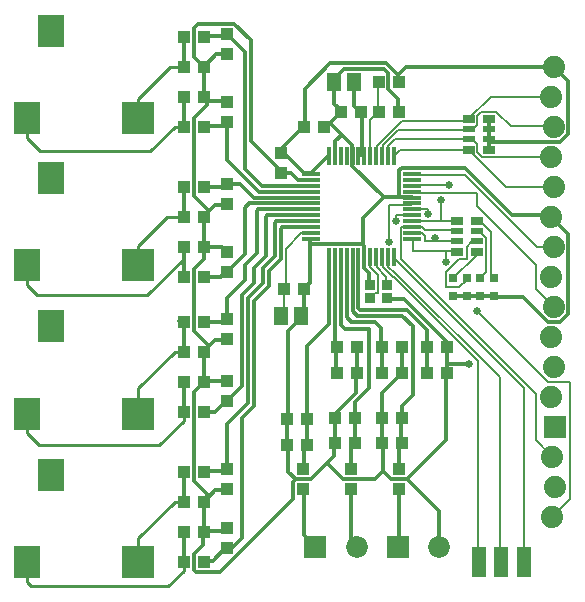
<source format=gtl>
G04 #@! TF.GenerationSoftware,KiCad,Pcbnew,7.0.7*
G04 #@! TF.CreationDate,2025-03-22T12:59:07+10:30*
G04 #@! TF.ProjectId,ATM90E36_Breakout,41544d39-3045-4333-965f-427265616b6f,rev?*
G04 #@! TF.SameCoordinates,Original*
G04 #@! TF.FileFunction,Copper,L1,Top*
G04 #@! TF.FilePolarity,Positive*
%FSLAX46Y46*%
G04 Gerber Fmt 4.6, Leading zero omitted, Abs format (unit mm)*
G04 Created by KiCad (PCBNEW 7.0.7) date 2025-03-22 12:59:07*
%MOMM*%
%LPD*%
G01*
G04 APERTURE LIST*
G04 #@! TA.AperFunction,SMDPad,CuDef*
%ADD10R,1.000000X1.100000*%
G04 #@! TD*
G04 #@! TA.AperFunction,SMDPad,CuDef*
%ADD11R,1.498600X0.330200*%
G04 #@! TD*
G04 #@! TA.AperFunction,SMDPad,CuDef*
%ADD12R,0.330200X1.498600*%
G04 #@! TD*
G04 #@! TA.AperFunction,SMDPad,CuDef*
%ADD13R,1.100000X1.000000*%
G04 #@! TD*
G04 #@! TA.AperFunction,SMDPad,CuDef*
%ADD14R,1.300000X1.500000*%
G04 #@! TD*
G04 #@! TA.AperFunction,SMDPad,CuDef*
%ADD15R,0.950000X0.850000*%
G04 #@! TD*
G04 #@! TA.AperFunction,ComponentPad*
%ADD16R,1.850000X1.850000*%
G04 #@! TD*
G04 #@! TA.AperFunction,ComponentPad*
%ADD17C,1.850000*%
G04 #@! TD*
G04 #@! TA.AperFunction,ComponentPad*
%ADD18C,1.879600*%
G04 #@! TD*
G04 #@! TA.AperFunction,SMDPad,CuDef*
%ADD19R,1.270000X2.540000*%
G04 #@! TD*
G04 #@! TA.AperFunction,SMDPad,CuDef*
%ADD20R,0.800000X0.800000*%
G04 #@! TD*
G04 #@! TA.AperFunction,ComponentPad*
%ADD21R,1.879600X1.879600*%
G04 #@! TD*
G04 #@! TA.AperFunction,SMDPad,CuDef*
%ADD22R,1.000000X0.700000*%
G04 #@! TD*
G04 #@! TA.AperFunction,SMDPad,CuDef*
%ADD23R,1.000000X0.500000*%
G04 #@! TD*
G04 #@! TA.AperFunction,SMDPad,CuDef*
%ADD24R,2.200000X2.800000*%
G04 #@! TD*
G04 #@! TA.AperFunction,SMDPad,CuDef*
%ADD25R,2.800000X2.800000*%
G04 #@! TD*
G04 #@! TA.AperFunction,ViaPad*
%ADD26C,0.660400*%
G04 #@! TD*
G04 #@! TA.AperFunction,ViaPad*
%ADD27C,0.635000*%
G04 #@! TD*
G04 #@! TA.AperFunction,Conductor*
%ADD28C,0.304800*%
G04 #@! TD*
G04 #@! TA.AperFunction,Conductor*
%ADD29C,0.152400*%
G04 #@! TD*
G04 #@! TA.AperFunction,Conductor*
%ADD30C,0.250000*%
G04 #@! TD*
G04 APERTURE END LIST*
D10*
X142805100Y-95498600D03*
X142805100Y-97198600D03*
X142805100Y-101213600D03*
X142805100Y-102913600D03*
X142805100Y-82798600D03*
X142805100Y-84498600D03*
X142805100Y-88513600D03*
X142805100Y-90213600D03*
X142805100Y-106928600D03*
X142805100Y-108628600D03*
X142805100Y-112135600D03*
X142805100Y-113835600D03*
X139161100Y-95713600D03*
X140861100Y-95713600D03*
X140861100Y-109683600D03*
X139161100Y-109683600D03*
X140861100Y-112223600D03*
X139161100Y-112223600D03*
X139161100Y-114763600D03*
X140861100Y-114763600D03*
X140861100Y-98253600D03*
X139161100Y-98253600D03*
X139161100Y-83013600D03*
X140861100Y-83013600D03*
X140861100Y-100793600D03*
X139161100Y-100793600D03*
X139161100Y-103333600D03*
X140861100Y-103333600D03*
X140861100Y-85553600D03*
X139161100Y-85553600D03*
X140861100Y-88093600D03*
X139161100Y-88093600D03*
X139161100Y-90633600D03*
X140861100Y-90633600D03*
X139161100Y-107143600D03*
X140861100Y-107143600D03*
D11*
X149916100Y-94633600D03*
X149916100Y-95133600D03*
X149916100Y-95633600D03*
X149916100Y-96133600D03*
X149916100Y-96633600D03*
X149916100Y-97133600D03*
X149916100Y-97633600D03*
X149916100Y-98133600D03*
X149916100Y-98633600D03*
X149916100Y-99133600D03*
X149916100Y-99633600D03*
X149916100Y-100133600D03*
D12*
X151466100Y-101683600D03*
X151966100Y-101683600D03*
X152466100Y-101683600D03*
X152966100Y-101683600D03*
X153466100Y-101683600D03*
X153966100Y-101683600D03*
X154466100Y-101683600D03*
X154966100Y-101683600D03*
X155466100Y-101683600D03*
X155966100Y-101683600D03*
X156466100Y-101683600D03*
X156966100Y-101683600D03*
D11*
X158516100Y-100133600D03*
X158516100Y-99633600D03*
X158516100Y-99133600D03*
X158516100Y-98633600D03*
X158516100Y-98133600D03*
X158516100Y-97633600D03*
X158516100Y-97133600D03*
X158516100Y-96633600D03*
X158516100Y-96133600D03*
X158516100Y-95633600D03*
X158516100Y-95133600D03*
X158516100Y-94633600D03*
D12*
X156966100Y-93083600D03*
X156466100Y-93083600D03*
X155966100Y-93083600D03*
X155466100Y-93083600D03*
X154966100Y-93083600D03*
X154466100Y-93083600D03*
X153966100Y-93083600D03*
X153466100Y-93083600D03*
X152966100Y-93083600D03*
X152466100Y-93083600D03*
X151966100Y-93083600D03*
X151466100Y-93083600D03*
D10*
X153815100Y-109302600D03*
X152115100Y-109302600D03*
X157625100Y-109302600D03*
X155925100Y-109302600D03*
X161435100Y-109302600D03*
X159735100Y-109302600D03*
D13*
X152115100Y-111461600D03*
X153815100Y-111461600D03*
X155925100Y-111461600D03*
X157625100Y-111461600D03*
X159735100Y-111461600D03*
X161435100Y-111461600D03*
X147670100Y-104349600D03*
X149370100Y-104349600D03*
D10*
X147377100Y-94531600D03*
X147377100Y-92831600D03*
D13*
X149321100Y-90633600D03*
X151021100Y-90633600D03*
X152496100Y-89363600D03*
X154196100Y-89363600D03*
D14*
X151861100Y-86823600D03*
X153561100Y-86823600D03*
D10*
X157371100Y-86823600D03*
X155671100Y-86823600D03*
D13*
X157371100Y-89363600D03*
X155671100Y-89363600D03*
D14*
X147416100Y-106635600D03*
X149116100Y-106635600D03*
D10*
X147924100Y-117557600D03*
X149624100Y-117557600D03*
X151988100Y-117430600D03*
X153688100Y-117430600D03*
X155925100Y-117430600D03*
X157625100Y-117430600D03*
D13*
X149624100Y-115398600D03*
X147924100Y-115398600D03*
X153688100Y-115271600D03*
X151988100Y-115271600D03*
X157625100Y-115271600D03*
X155925100Y-115271600D03*
D10*
X139161100Y-119843600D03*
X140861100Y-119843600D03*
X140861100Y-122383600D03*
X139161100Y-122383600D03*
X140861100Y-124923600D03*
X139161100Y-124923600D03*
X139161100Y-127463600D03*
X140861100Y-127463600D03*
X142805100Y-119628600D03*
X142805100Y-121328600D03*
X142805100Y-124581600D03*
X142805100Y-126281600D03*
D15*
X154907100Y-105178600D03*
X156357100Y-105178600D03*
X156357100Y-104028600D03*
X154907100Y-104028600D03*
D13*
X149282100Y-119628600D03*
X149282100Y-121328600D03*
X153346100Y-119628600D03*
X153346100Y-121328600D03*
X157410100Y-119628600D03*
X157410100Y-121328600D03*
D16*
X150326100Y-126193600D03*
D17*
X153826100Y-126193600D03*
D16*
X157311100Y-126193600D03*
D17*
X160811100Y-126193600D03*
D18*
X170491100Y-100793600D03*
X170237100Y-103333600D03*
X170491100Y-105873600D03*
X170237100Y-108413600D03*
X170491100Y-110953600D03*
X170237100Y-113493600D03*
X170491100Y-85553600D03*
X170237100Y-88093600D03*
X170491100Y-90633600D03*
X170237100Y-93173600D03*
X170491100Y-95713600D03*
X170237100Y-98253600D03*
D19*
X164141100Y-127463600D03*
X166046100Y-127463600D03*
X167951100Y-127463600D03*
D20*
X161982100Y-103472600D03*
X161982100Y-104972600D03*
X163125100Y-103472600D03*
X163125100Y-104972600D03*
X164268100Y-103472600D03*
X164268100Y-104972600D03*
X165411100Y-103472600D03*
X165411100Y-104972600D03*
D21*
X170618100Y-116033600D03*
D18*
X170364100Y-118573600D03*
X170618100Y-121113600D03*
X170364100Y-123653600D03*
D22*
X163291100Y-89968600D03*
D23*
X163291100Y-90868600D03*
X163291100Y-91668600D03*
D22*
X163291100Y-92568600D03*
X164991100Y-92568600D03*
D23*
X164991100Y-91668600D03*
X164991100Y-90868600D03*
D22*
X164991100Y-89968600D03*
X163975100Y-101204600D03*
D23*
X163975100Y-100304600D03*
X163975100Y-99504600D03*
D22*
X163975100Y-98604600D03*
X162275100Y-98604600D03*
D23*
X162275100Y-99504600D03*
X162275100Y-100304600D03*
D22*
X162275100Y-101204600D03*
D24*
X127900000Y-82533000D03*
X125900000Y-89933000D03*
D25*
X135300000Y-89933000D03*
D24*
X127900000Y-94979000D03*
X125900000Y-102379000D03*
D25*
X135300000Y-102379000D03*
D24*
X127900000Y-107552000D03*
X125900000Y-114952000D03*
D25*
X135300000Y-114952000D03*
D24*
X127900000Y-120125000D03*
X125900000Y-127525000D03*
D25*
X135300000Y-127525000D03*
D26*
X163353700Y-110725000D03*
D27*
X164014100Y-106254600D03*
X161347100Y-102063600D03*
X160458100Y-100031600D03*
X160966100Y-96856600D03*
X157156100Y-98634600D03*
X159823100Y-97999600D03*
X156521100Y-100412600D03*
X161601100Y-95586600D03*
D28*
X153727100Y-111461600D02*
X153815100Y-111461600D01*
X140798500Y-125050600D02*
X140861100Y-124923600D01*
X157638700Y-111410800D02*
X157625100Y-111461600D01*
X140036500Y-84740800D02*
X140036500Y-82302400D01*
X153447700Y-93046600D02*
X153466100Y-93083600D01*
X140798500Y-85502800D02*
X140036500Y-84740800D01*
X149866300Y-100209400D02*
X149916100Y-100133600D01*
X140874700Y-100666600D02*
X140874700Y-98304400D01*
X152457100Y-89389000D02*
X152496100Y-89363600D01*
X155962300Y-115144600D02*
X155925100Y-115271600D01*
X144837100Y-91827400D02*
X147351700Y-94342000D01*
X142779700Y-112172800D02*
X140874700Y-112172800D01*
X151085500Y-90608200D02*
X151021100Y-90633600D01*
X140036500Y-126803200D02*
X140798500Y-126041200D01*
X157333900Y-89312800D02*
X157371100Y-89363600D01*
X161372500Y-117202000D02*
X161372500Y-111563200D01*
X140874700Y-100666600D02*
X140861100Y-100793600D01*
X143465500Y-81921400D02*
X144837100Y-83293000D01*
X165487300Y-105086200D02*
X165411100Y-104972600D01*
X147961300Y-117506800D02*
X147924100Y-117557600D01*
X151923700Y-86950600D02*
X151861100Y-86823600D01*
X140874700Y-85655200D02*
X140874700Y-88017400D01*
X155962300Y-117430600D02*
X155925100Y-117430600D01*
X149916100Y-95133600D02*
X148829100Y-95133600D01*
X157638700Y-109353400D02*
X157625100Y-109302600D01*
X158095900Y-120478600D02*
X160762900Y-123145600D01*
X144837100Y-83293000D02*
X144837100Y-91827400D01*
X156114700Y-96628000D02*
X154362100Y-98380600D01*
X153854100Y-111334600D02*
X153854100Y-109302600D01*
X140950900Y-98152000D02*
X141331900Y-97771000D01*
X140874700Y-88093600D02*
X140861100Y-88093600D01*
X142779700Y-101200000D02*
X142805100Y-101213600D01*
X154895500Y-104019400D02*
X154907100Y-104028600D01*
X142779700Y-112172800D02*
X142805100Y-112135600D01*
X156495700Y-86112400D02*
X156495700Y-87484000D01*
X161372500Y-111563200D02*
X161435100Y-111461600D01*
X167925700Y-105086200D02*
X165487300Y-105086200D01*
X153727100Y-113112600D02*
X153727100Y-111461600D01*
X156038500Y-117506800D02*
X155925100Y-117430600D01*
X140874700Y-112172800D02*
X140861100Y-112223600D01*
X152546000Y-91306700D02*
X153447700Y-92208400D01*
X147351700Y-94494400D02*
X147377100Y-94531600D01*
X140036500Y-120631000D02*
X141255700Y-121850200D01*
X161982100Y-104933800D02*
X161982100Y-104972600D01*
X140417500Y-81921400D02*
X143465500Y-81921400D01*
X170135500Y-98152000D02*
X170237100Y-98253600D01*
X156724300Y-120478600D02*
X158095900Y-120478600D01*
X140874700Y-88017400D02*
X140861100Y-88093600D01*
X151999900Y-115297000D02*
X151999900Y-117430600D01*
X152761900Y-85731400D02*
X156114700Y-85731400D01*
X171735700Y-99752200D02*
X171735700Y-106457800D01*
X171049900Y-107143600D02*
X169983100Y-107143600D01*
X148037500Y-117659200D02*
X147924100Y-117557600D01*
X169983100Y-107143600D02*
X167925700Y-105086200D01*
X151542700Y-90303400D02*
X152546000Y-91306700D01*
X153447700Y-93961000D02*
X156114700Y-96628000D01*
X155962300Y-115297000D02*
X155962300Y-117430600D01*
X140874700Y-112020400D02*
X140861100Y-112223600D01*
X157562500Y-111563200D02*
X157625100Y-111461600D01*
X140188900Y-128327200D02*
X140036500Y-128174800D01*
X149332900Y-104400400D02*
X149370100Y-104349600D01*
X140036500Y-96475600D02*
X140036500Y-89922400D01*
X161372500Y-109277200D02*
X161372500Y-108743800D01*
X142779700Y-84512200D02*
X142805100Y-84498600D01*
X149485300Y-104248000D02*
X149370100Y-104349600D01*
X140874700Y-124745800D02*
X140861100Y-124923600D01*
X149180500Y-106610200D02*
X149116100Y-106635600D01*
X140798500Y-112325200D02*
X140861100Y-112223600D01*
X153854100Y-109302600D02*
X153815100Y-109302600D01*
X140950900Y-122307400D02*
X140861100Y-122383600D01*
X156114700Y-85731400D02*
X156495700Y-86112400D01*
X152685700Y-120478600D02*
X151314100Y-119107000D01*
X141255700Y-88474600D02*
X142779700Y-88474600D01*
X141865300Y-121393000D02*
X142779700Y-121393000D01*
X140950900Y-109582000D02*
X140861100Y-109683600D01*
X140036500Y-128174800D02*
X140036500Y-126803200D01*
X160762900Y-126193600D02*
X160811100Y-126193600D01*
X151923700Y-118497400D02*
X151314100Y-119107000D01*
X164268100Y-104933800D02*
X164268100Y-104972600D01*
X151923700Y-117506800D02*
X151923700Y-118497400D01*
X154362100Y-98380600D02*
X154362100Y-100514200D01*
X154285900Y-100590400D02*
X154438300Y-100742800D01*
X154438300Y-101733400D02*
X154466100Y-101683600D01*
X156495700Y-87484000D02*
X157333900Y-88322200D01*
X160762900Y-123145600D02*
X160762900Y-126193600D01*
X140036500Y-89922400D02*
X141179500Y-88779400D01*
X151923700Y-86569600D02*
X152761900Y-85731400D01*
X151999900Y-115297000D02*
X151988100Y-115271600D01*
X151966100Y-91886600D02*
X152546000Y-91306700D01*
X157638700Y-94113400D02*
X162972700Y-94113400D01*
X157410100Y-94342000D02*
X157638700Y-94113400D01*
X152457100Y-89236600D02*
X151923700Y-88703200D01*
X161372500Y-108743800D02*
X157867300Y-105238600D01*
X140874700Y-124745800D02*
X140874700Y-122383600D01*
X148227100Y-94531600D02*
X148829100Y-95133600D01*
X142779700Y-101200000D02*
X142398700Y-100819000D01*
X151923700Y-88703200D02*
X151923700Y-86950600D01*
X153854100Y-111334600D02*
X153815100Y-111461600D01*
X151542700Y-90303400D02*
X151237900Y-90608200D01*
X153727100Y-113112600D02*
X153752500Y-113163400D01*
X148647100Y-120478600D02*
X148037500Y-119869000D01*
X140036500Y-107905600D02*
X140036500Y-102647800D01*
X156038500Y-119792800D02*
X156724300Y-120478600D01*
X140874700Y-100819000D02*
X140861100Y-100793600D01*
X152076100Y-115144600D02*
X152076100Y-114839800D01*
X153447700Y-93199000D02*
X153466100Y-93083600D01*
X151923700Y-117506800D02*
X151988100Y-117430600D01*
X140950900Y-98152000D02*
X140861100Y-98253600D01*
X149866300Y-100590400D02*
X154285900Y-100590400D01*
X140798500Y-112325200D02*
X140036500Y-113087200D01*
X141331900Y-109201000D02*
X140036500Y-107905600D01*
X154438300Y-100742800D02*
X154438300Y-101581000D01*
X140950900Y-109582000D02*
X141331900Y-109201000D01*
X164344300Y-104933800D02*
X165411100Y-104933800D01*
X171735700Y-106457800D02*
X171049900Y-107143600D01*
X140036500Y-102647800D02*
X140874700Y-101809600D01*
X162972700Y-94113400D02*
X167011300Y-98152000D01*
X147351700Y-94342000D02*
X147351700Y-94494400D01*
X163201300Y-104933800D02*
X164268100Y-104933800D01*
X153447700Y-93199000D02*
X153447700Y-93961000D01*
X142779700Y-108667600D02*
X142805100Y-108628600D01*
X149942500Y-120478600D02*
X148647100Y-120478600D01*
X157410100Y-96628000D02*
X158476900Y-96628000D01*
X149866300Y-103867000D02*
X149866300Y-100590400D01*
X161448700Y-110725000D02*
X163353700Y-110725000D01*
X141331900Y-97771000D02*
X140036500Y-96475600D01*
X147961300Y-115449400D02*
X147961300Y-117506800D01*
X140950900Y-85502800D02*
X141941500Y-84512200D01*
X149332900Y-106457800D02*
X149332900Y-104400400D01*
X149485300Y-104248000D02*
X149866300Y-103867000D01*
X151923700Y-86798200D02*
X151923700Y-86569600D01*
X151999900Y-117430600D02*
X151988100Y-117430600D01*
X154362100Y-100514200D02*
X154285900Y-100590400D01*
X140798500Y-85502800D02*
X140861100Y-85553600D01*
X141179500Y-88779400D02*
X141179500Y-88550800D01*
X140874700Y-85655200D02*
X140861100Y-85553600D01*
X161448700Y-111410800D02*
X161435100Y-111461600D01*
X148418500Y-120707200D02*
X148418500Y-122155000D01*
X140874700Y-100971400D02*
X140861100Y-100793600D01*
X157410100Y-96628000D02*
X157410100Y-94342000D01*
X140874700Y-124898200D02*
X140861100Y-124923600D01*
X142246300Y-128327200D02*
X140188900Y-128327200D01*
X142474900Y-124898200D02*
X140874700Y-124898200D01*
X140950900Y-85502800D02*
X140861100Y-85553600D01*
X157333900Y-88322200D02*
X157333900Y-89312800D01*
X148647100Y-120478600D02*
X148418500Y-120707200D01*
X140874700Y-109734400D02*
X140861100Y-109683600D01*
X140798500Y-126041200D02*
X140798500Y-125050600D01*
X157638700Y-109353400D02*
X157638700Y-111410800D01*
X153447700Y-92208400D02*
X153447700Y-93046600D01*
X163125100Y-104933800D02*
X163125100Y-104972600D01*
X154895500Y-103028800D02*
X154895500Y-104019400D01*
X161448700Y-109429600D02*
X161448700Y-110725000D01*
X152457100Y-89236600D02*
X152496100Y-89363600D01*
X141941500Y-84512200D02*
X142779700Y-84512200D01*
X170237100Y-98253600D02*
X171735700Y-99752200D01*
X142779700Y-121393000D02*
X142805100Y-121328600D01*
X148418500Y-122155000D02*
X142246300Y-128327200D01*
X161448700Y-110725000D02*
X161448700Y-111410800D01*
X142779700Y-124593400D02*
X142805100Y-124581600D01*
X140874700Y-122383600D02*
X140861100Y-122383600D01*
X140874700Y-112020400D02*
X140874700Y-109734400D01*
X163201300Y-104933800D02*
X163125100Y-104972600D01*
X152076100Y-115144600D02*
X151988100Y-115271600D01*
X155352700Y-120478600D02*
X152685700Y-120478600D01*
X140036500Y-113087200D02*
X140036500Y-120631000D01*
X142398700Y-100819000D02*
X140874700Y-100819000D01*
X141331900Y-97771000D02*
X141865300Y-97237600D01*
X157562500Y-111563200D02*
X155962300Y-113163400D01*
X167011300Y-98152000D02*
X170135500Y-98152000D01*
X156038500Y-119792800D02*
X155352700Y-120478600D01*
X140950900Y-122307400D02*
X141865300Y-121393000D01*
X156114700Y-96628000D02*
X157410100Y-96628000D01*
X155962300Y-113163400D02*
X155962300Y-115144600D01*
X151237900Y-90608200D02*
X151085500Y-90608200D01*
X140874700Y-101809600D02*
X140874700Y-100971400D01*
X147961300Y-115449400D02*
X147924100Y-115398600D01*
X165411100Y-104933800D02*
X165411100Y-104972600D01*
X151314100Y-119107000D02*
X149942500Y-120478600D01*
X140874700Y-88093600D02*
X141255700Y-88474600D01*
X141255700Y-121850200D02*
X140861100Y-122383600D01*
X152457100Y-89389000D02*
X151542700Y-90303400D01*
X141331900Y-109201000D02*
X141865300Y-108667600D01*
X154438300Y-101733400D02*
X154438300Y-102571600D01*
X140874700Y-98304400D02*
X140861100Y-98253600D01*
X158095900Y-120478600D02*
X161372500Y-117202000D01*
X152076100Y-114839800D02*
X153752500Y-113163400D01*
X154438300Y-102571600D02*
X154895500Y-103028800D01*
X149866300Y-100590400D02*
X149866300Y-100209400D01*
X141865300Y-97237600D02*
X142779700Y-97237600D01*
X151923700Y-86798200D02*
X151861100Y-86823600D01*
X149180500Y-106762600D02*
X148037500Y-107905600D01*
X157867300Y-105238600D02*
X156419500Y-105238600D01*
X163125100Y-104933800D02*
X161982100Y-104933800D01*
X148037500Y-107905600D02*
X148037500Y-115297000D01*
X142779700Y-124593400D02*
X142474900Y-124898200D01*
X158476900Y-96628000D02*
X158516100Y-96633600D01*
X161448700Y-109429600D02*
X161435100Y-109302600D01*
X149180500Y-106610200D02*
X149332900Y-106457800D01*
X161372500Y-109277200D02*
X161435100Y-109302600D01*
X156038500Y-117506800D02*
X156038500Y-119792800D01*
X151966100Y-93083600D02*
X151966100Y-91886600D01*
X142779700Y-88474600D02*
X142805100Y-88513600D01*
X148037500Y-115297000D02*
X147924100Y-115398600D01*
X154438300Y-101581000D02*
X154466100Y-101683600D01*
X156419500Y-105238600D02*
X156357100Y-105178600D01*
X140036500Y-82302400D02*
X140417500Y-81921400D01*
X141179500Y-88550800D02*
X140861100Y-88093600D01*
X164344300Y-104933800D02*
X164268100Y-104972600D01*
X149180500Y-106762600D02*
X149116100Y-106635600D01*
X142779700Y-97237600D02*
X142805100Y-97198600D01*
X147377100Y-94531600D02*
X148227100Y-94531600D01*
X141865300Y-108667600D02*
X142779700Y-108667600D01*
X148037500Y-119869000D02*
X148037500Y-117659200D01*
X155962300Y-115297000D02*
X155925100Y-115271600D01*
X165030100Y-91675000D02*
X164991100Y-91668600D01*
X147427900Y-92818000D02*
X147377100Y-92831600D01*
X147580300Y-92818000D02*
X149332900Y-94570600D01*
X157333900Y-86264800D02*
X157333900Y-86798200D01*
X157333900Y-86264800D02*
X158019700Y-85579000D01*
X149409100Y-87407800D02*
X151542700Y-85274200D01*
X149332900Y-94570600D02*
X149790100Y-94570600D01*
X149409100Y-90532000D02*
X149321100Y-90633600D01*
X158019700Y-85579000D02*
X170364100Y-85579000D01*
X165030100Y-91522600D02*
X164991100Y-91668600D01*
X147427900Y-92513200D02*
X147427900Y-92818000D01*
X171049900Y-91903600D02*
X165106300Y-91903600D01*
X151390300Y-93122800D02*
X149942500Y-94570600D01*
X157333900Y-86798200D02*
X157371100Y-86823600D01*
X165106300Y-91903600D02*
X164991100Y-91668600D01*
X165030100Y-91522600D02*
X165030100Y-90913000D01*
X149256700Y-90684400D02*
X147427900Y-92513200D01*
X165030100Y-89998600D02*
X164991100Y-89968600D01*
X149409100Y-90532000D02*
X149409100Y-87407800D01*
X149256700Y-90684400D02*
X149321100Y-90633600D01*
X170364100Y-85579000D02*
X170491100Y-85553600D01*
X156343300Y-85274200D02*
X157333900Y-86264800D01*
X165030100Y-92513200D02*
X164991100Y-92568600D01*
X171735700Y-91217800D02*
X171049900Y-91903600D01*
X151390300Y-93122800D02*
X151466100Y-93083600D01*
X147580300Y-92818000D02*
X147377100Y-92831600D01*
X165030100Y-90760600D02*
X164991100Y-90868600D01*
X149942500Y-94570600D02*
X149916100Y-94633600D01*
X151542700Y-85274200D02*
X156343300Y-85274200D01*
X149790100Y-94570600D02*
X149916100Y-94633600D01*
X165030100Y-90760600D02*
X165030100Y-89998600D01*
X165030100Y-90913000D02*
X164991100Y-90868600D01*
X170491100Y-85553600D02*
X171735700Y-86798200D01*
X171735700Y-86798200D02*
X171735700Y-91217800D01*
X165030100Y-91675000D02*
X165030100Y-92513200D01*
X144329100Y-97491600D02*
X144329100Y-101389600D01*
X144687100Y-97133600D02*
X144329100Y-97491600D01*
X142703500Y-102952600D02*
X142805100Y-102913600D01*
X142322500Y-103333600D02*
X140861100Y-103333600D01*
X149916100Y-97133600D02*
X144687100Y-97133600D01*
X142703500Y-102952600D02*
X142322500Y-103333600D01*
X144329100Y-101389600D02*
X142805100Y-102913600D01*
X145122100Y-96633600D02*
X143948100Y-95459600D01*
X142703500Y-95561200D02*
X142551100Y-95713600D01*
X142703500Y-95561200D02*
X142805100Y-95498600D01*
X142551100Y-95713600D02*
X140861100Y-95713600D01*
X142844100Y-95459600D02*
X142805100Y-95498600D01*
X149916100Y-96633600D02*
X145122100Y-96633600D01*
X143948100Y-95459600D02*
X142844100Y-95459600D01*
X142703500Y-90608200D02*
X140874700Y-90608200D01*
X145511100Y-96133600D02*
X142805100Y-93427600D01*
X142805100Y-93427600D02*
X142805100Y-90213600D01*
X142703500Y-90608200D02*
X142805100Y-90213600D01*
X140874700Y-90608200D02*
X140861100Y-90633600D01*
X149916100Y-96133600D02*
X145511100Y-96133600D01*
X142844100Y-82798600D02*
X144329100Y-84283600D01*
X142805100Y-82798600D02*
X142844100Y-82798600D01*
X149916100Y-95633600D02*
X145773100Y-95633600D01*
X142627300Y-82988200D02*
X140874700Y-82988200D01*
X142703500Y-82912000D02*
X142627300Y-82988200D01*
X144329100Y-84283600D02*
X144329100Y-94189600D01*
X140874700Y-82988200D02*
X140861100Y-83013600D01*
X144329100Y-94189600D02*
X145773100Y-95633600D01*
X142703500Y-82912000D02*
X142805100Y-82798600D01*
X149561500Y-117583000D02*
X149332900Y-117811600D01*
X149332900Y-119564200D02*
X149282100Y-119628600D01*
X149624100Y-109214600D02*
X151466100Y-107372600D01*
X149332900Y-117811600D02*
X149332900Y-119564200D01*
X149637700Y-117430600D02*
X149624100Y-117557600D01*
X149637700Y-115525600D02*
X149637700Y-117430600D01*
X149624100Y-115398600D02*
X149624100Y-109214600D01*
X151466100Y-101683600D02*
X151466100Y-107372600D01*
X149561500Y-117583000D02*
X149624100Y-117557600D01*
X149637700Y-115525600D02*
X149624100Y-115398600D01*
X152466100Y-101683600D02*
X152466100Y-107406600D01*
X153688100Y-113913600D02*
X154870100Y-112731600D01*
X153676300Y-115373200D02*
X153688100Y-115271600D01*
X153371500Y-117735400D02*
X153371500Y-119564200D01*
X154870100Y-107778600D02*
X154870100Y-112731600D01*
X152466100Y-107406600D02*
X152838100Y-107778600D01*
X152838100Y-107778600D02*
X154870100Y-107778600D01*
X153676300Y-117354400D02*
X153688100Y-117430600D01*
X153676300Y-117430600D02*
X153371500Y-117735400D01*
X153371500Y-119564200D02*
X153346100Y-119628600D01*
X153688100Y-115271600D02*
X153688100Y-113913600D01*
X153676300Y-115373200D02*
X153676300Y-117354400D01*
X153676300Y-117430600D02*
X153688100Y-117430600D01*
X157562500Y-117430600D02*
X157625100Y-117430600D01*
X157562500Y-117430600D02*
X157410100Y-117583000D01*
X157625100Y-114294600D02*
X158553100Y-113366600D01*
X157562500Y-115373200D02*
X157562500Y-117354400D01*
X157410100Y-117583000D02*
X157410100Y-119628600D01*
X158553100Y-107524600D02*
X158553100Y-113366600D01*
X153854100Y-106635600D02*
X157664100Y-106635600D01*
X153466100Y-101683600D02*
X153466100Y-106247600D01*
X157562500Y-115373200D02*
X157625100Y-115271600D01*
X157625100Y-115271600D02*
X157625100Y-114294600D01*
X157562500Y-117354400D02*
X157625100Y-117430600D01*
X153466100Y-106247600D02*
X153854100Y-106635600D01*
X157664100Y-106635600D02*
X158553100Y-107524600D01*
X146361100Y-104095600D02*
X146361100Y-102825600D01*
X147513100Y-99133600D02*
X147377100Y-99269600D01*
X145091100Y-114255600D02*
X145091100Y-105365600D01*
X142703500Y-126346000D02*
X142805100Y-126281600D01*
X142703500Y-126346000D02*
X141636700Y-127412800D01*
X146361100Y-102825600D02*
X147377100Y-101809600D01*
X140874700Y-127412800D02*
X140861100Y-127463600D01*
X143225100Y-126281600D02*
X144075100Y-125431600D01*
X142805100Y-126281600D02*
X143225100Y-126281600D01*
X144075100Y-125431600D02*
X144075100Y-115271600D01*
X149916100Y-99133600D02*
X147513100Y-99133600D01*
X147377100Y-99269600D02*
X147377100Y-101809600D01*
X145091100Y-105365600D02*
X146361100Y-104095600D01*
X141636700Y-127412800D02*
X140874700Y-127412800D01*
X144075100Y-115271600D02*
X145091100Y-114255600D01*
X146997100Y-98633600D02*
X146869100Y-98761600D01*
X142703500Y-119716600D02*
X142627300Y-119792800D01*
X140874700Y-119792800D02*
X140861100Y-119843600D01*
X149916100Y-98633600D02*
X146997100Y-98633600D01*
X142805100Y-119628600D02*
X142805100Y-115779600D01*
X145853100Y-102571600D02*
X146869100Y-101555600D01*
X144583100Y-114001600D02*
X144583100Y-105111600D01*
X145853100Y-103841600D02*
X145853100Y-102571600D01*
X142805100Y-115779600D02*
X144583100Y-114001600D01*
X144583100Y-105111600D02*
X145853100Y-103841600D01*
X146869100Y-98761600D02*
X146869100Y-101555600D01*
X142703500Y-119716600D02*
X142805100Y-119628600D01*
X142627300Y-119792800D02*
X140874700Y-119792800D01*
X142703500Y-113925400D02*
X141865300Y-114763600D01*
X146107100Y-101555600D02*
X145091100Y-102571600D01*
X149916100Y-98133600D02*
X146227100Y-98133600D01*
X144075100Y-112565600D02*
X142805100Y-113835600D01*
X146227100Y-98133600D02*
X146107100Y-98253600D01*
X146107100Y-98253600D02*
X146107100Y-101555600D01*
X145091100Y-103841600D02*
X144075100Y-104857600D01*
X141865300Y-114763600D02*
X140861100Y-114763600D01*
X142703500Y-113925400D02*
X142805100Y-113835600D01*
X144075100Y-104857600D02*
X144075100Y-112565600D01*
X145091100Y-102571600D02*
X145091100Y-103841600D01*
X149916100Y-97633600D02*
X145457100Y-97633600D01*
X145457100Y-97633600D02*
X145345100Y-97745600D01*
X142703500Y-106991200D02*
X142551100Y-107143600D01*
X144329100Y-102317600D02*
X145345100Y-101301600D01*
X144329100Y-103587600D02*
X144329100Y-102317600D01*
X142551100Y-107143600D02*
X140861100Y-107143600D01*
X142805100Y-106928600D02*
X142805100Y-105111600D01*
X142805100Y-105111600D02*
X144329100Y-103587600D01*
X145345100Y-101301600D02*
X145345100Y-97745600D01*
X142703500Y-106991200D02*
X142805100Y-106928600D01*
D29*
X149104300Y-99676000D02*
X149866300Y-99676000D01*
X147656500Y-106381600D02*
X147656500Y-104400400D01*
X147808900Y-100971400D02*
X149104300Y-99676000D01*
X147656500Y-104400400D02*
X147670100Y-104349600D01*
X149866300Y-99676000D02*
X149916100Y-99633600D01*
X147732700Y-104324200D02*
X147670100Y-104349600D01*
X147732700Y-104324200D02*
X147808900Y-104248000D01*
X147427900Y-106610200D02*
X147416100Y-106635600D01*
X147427900Y-106610200D02*
X147656500Y-106381600D01*
X147808900Y-104248000D02*
X147808900Y-100971400D01*
D28*
X151949100Y-109302600D02*
X152115100Y-109302600D01*
X152076100Y-109302600D02*
X152076100Y-111461600D01*
X152076100Y-111461600D02*
X152115100Y-111461600D01*
X151949100Y-101809600D02*
X151966100Y-101683600D01*
X151949100Y-109302600D02*
X151949100Y-101809600D01*
X152076100Y-109302600D02*
X152115100Y-109302600D01*
X152966100Y-106763600D02*
X153346100Y-107143600D01*
X155962300Y-109429600D02*
X155925100Y-109302600D01*
X155886100Y-107651600D02*
X155886100Y-109263600D01*
X153346100Y-107143600D02*
X155378100Y-107143600D01*
X155962300Y-111410800D02*
X155925100Y-111461600D01*
X155962300Y-109429600D02*
X155962300Y-111410800D01*
X155886100Y-109263600D02*
X155925100Y-109302600D01*
X152966100Y-101683600D02*
X152966100Y-106763600D01*
X155378100Y-107143600D02*
X155886100Y-107651600D01*
X154235100Y-89490600D02*
X154196100Y-89363600D01*
X153600100Y-88855600D02*
X154108100Y-89363600D01*
X153981100Y-93046600D02*
X153966100Y-93083600D01*
X154362100Y-93046600D02*
X154235100Y-93046600D01*
X154235100Y-93046600D02*
X153981100Y-93046600D01*
X154108100Y-89363600D02*
X154196100Y-89363600D01*
X154235100Y-89490600D02*
X154235100Y-93046600D01*
X153600100Y-86823600D02*
X153561100Y-86823600D01*
X154362100Y-93046600D02*
X154466100Y-93083600D01*
X153600100Y-86823600D02*
X153600100Y-88855600D01*
X159735100Y-109302600D02*
X159735100Y-107817600D01*
X159772300Y-109429600D02*
X159735100Y-109302600D01*
X159772300Y-111410800D02*
X159735100Y-111461600D01*
X159735100Y-107817600D02*
X158045100Y-106127600D01*
X153966100Y-101683600D02*
X153966100Y-105985600D01*
X154108100Y-106127600D02*
X158045100Y-106127600D01*
X153966100Y-105985600D02*
X154108100Y-106127600D01*
X159772300Y-109429600D02*
X159772300Y-111410800D01*
D29*
X155657500Y-89389000D02*
X154971700Y-90074800D01*
X155657500Y-89389000D02*
X155671100Y-89363600D01*
X154971700Y-93046600D02*
X154966100Y-93083600D01*
X154971700Y-90074800D02*
X154971700Y-93046600D01*
X155657500Y-86874400D02*
X155657500Y-89312800D01*
X155657500Y-86874400D02*
X155671100Y-86823600D01*
X155657500Y-89312800D02*
X155671100Y-89363600D01*
D30*
X136334700Y-92710000D02*
X127027000Y-92710000D01*
D28*
X139198300Y-88093600D02*
X139161100Y-88093600D01*
X139198300Y-88703200D02*
X139198300Y-90608200D01*
X139198300Y-90608200D02*
X139161100Y-90633600D01*
X139198300Y-88093600D02*
X139198300Y-88703200D01*
D30*
X138411100Y-90633600D02*
X136334700Y-92710000D01*
X125900000Y-91583000D02*
X125900000Y-89933000D01*
X127027000Y-92710000D02*
X125900000Y-91583000D01*
X139161100Y-90633600D02*
X138411100Y-90633600D01*
X138029400Y-85553600D02*
X135300000Y-88283000D01*
D28*
X139198300Y-85502800D02*
X139161100Y-85553600D01*
D30*
X135300000Y-88283000D02*
X135300000Y-89933000D01*
D28*
X139198300Y-83064400D02*
X139161100Y-83013600D01*
X139198300Y-84817000D02*
X139198300Y-85502800D01*
D30*
X139161100Y-85553600D02*
X138029400Y-85553600D01*
D28*
X139198300Y-83064400D02*
X139198300Y-84817000D01*
X139198300Y-95713600D02*
X139161100Y-95713600D01*
X139198300Y-98228200D02*
X139161100Y-98253600D01*
D30*
X135300000Y-100729000D02*
X135300000Y-102379000D01*
D28*
X139198300Y-95713600D02*
X139198300Y-97313800D01*
D30*
X137775400Y-98253600D02*
X135300000Y-100729000D01*
D28*
X139198300Y-97313800D02*
X139198300Y-98228200D01*
D30*
X139161100Y-98253600D02*
X137775400Y-98253600D01*
X136076322Y-104902000D02*
X126773000Y-104902000D01*
X126773000Y-104902000D02*
X125900000Y-104029000D01*
D28*
X139198300Y-100819000D02*
X139161100Y-100793600D01*
D30*
X139161100Y-100793600D02*
X139161100Y-101817222D01*
D28*
X139198300Y-100819000D02*
X139198300Y-103333600D01*
D30*
X139161100Y-101817222D02*
X136076322Y-104902000D01*
D28*
X139122100Y-101200000D02*
X139161100Y-100793600D01*
D30*
X125900000Y-104029000D02*
X125900000Y-102379000D01*
D28*
X139198300Y-103333600D02*
X139161100Y-103333600D01*
X139198300Y-107143600D02*
X139161100Y-107143600D01*
X139198300Y-107143600D02*
X139198300Y-109658200D01*
D30*
X138411100Y-109683600D02*
X135300000Y-112794700D01*
D28*
X139045900Y-107067400D02*
X139161100Y-107143600D01*
D30*
X135300000Y-113302000D02*
X135300000Y-114952000D01*
X135300000Y-112794700D02*
X135300000Y-113302000D01*
D28*
X139198300Y-109658200D02*
X139161100Y-109683600D01*
D30*
X139161100Y-109683600D02*
X138411100Y-109683600D01*
D28*
X138817300Y-107067400D02*
X139045900Y-107067400D01*
D30*
X137122700Y-117602000D02*
X126900000Y-117602000D01*
X126900000Y-117602000D02*
X125900000Y-116602000D01*
D28*
X139198300Y-113696800D02*
X139198300Y-114763600D01*
D30*
X125900000Y-116602000D02*
X125900000Y-114952000D01*
D28*
X139198300Y-114763600D02*
X139161100Y-114763600D01*
X139198300Y-112249000D02*
X139198300Y-113696800D01*
X139198300Y-112249000D02*
X139161100Y-112223600D01*
D30*
X139161100Y-115563600D02*
X137122700Y-117602000D01*
X139161100Y-114763600D02*
X139161100Y-115563600D01*
D28*
X139198300Y-124974400D02*
X139161100Y-124923600D01*
D30*
X126265000Y-129540000D02*
X125900000Y-129175000D01*
D28*
X139198300Y-127412800D02*
X139161100Y-127463600D01*
X139198300Y-126193600D02*
X139198300Y-127412800D01*
D30*
X125900000Y-129175000D02*
X125900000Y-127525000D01*
X139161100Y-128263600D02*
X137884700Y-129540000D01*
X137884700Y-129540000D02*
X126265000Y-129540000D01*
D28*
X139198300Y-124974400D02*
X139198300Y-126193600D01*
D30*
X139161100Y-127463600D02*
X139161100Y-128263600D01*
X135300000Y-125494700D02*
X135300000Y-125875000D01*
D28*
X139045900Y-119792800D02*
X139161100Y-119843600D01*
D30*
X138411100Y-122383600D02*
X135300000Y-125494700D01*
D28*
X139198300Y-119869000D02*
X139161100Y-119843600D01*
D30*
X139161100Y-122383600D02*
X138411100Y-122383600D01*
D28*
X139198300Y-122383600D02*
X139161100Y-122383600D01*
D30*
X135300000Y-125875000D02*
X135300000Y-127525000D01*
D28*
X139198300Y-119869000D02*
X139198300Y-122383600D01*
D29*
X169094100Y-100793600D02*
X162998100Y-94697600D01*
X162998100Y-94697600D02*
X158553100Y-94697600D01*
X158553100Y-94697600D02*
X158516100Y-94633600D01*
X170491100Y-100793600D02*
X169094100Y-100793600D01*
X154966100Y-102540600D02*
X155632100Y-103206600D01*
X155632100Y-103206600D02*
X155632100Y-104730600D01*
X155355100Y-104730600D02*
X154907100Y-105178600D01*
X155632100Y-104730600D02*
X155355100Y-104730600D01*
X154966100Y-101683600D02*
X154966100Y-102540600D01*
X156343300Y-104019400D02*
X156357100Y-104028600D01*
X155505100Y-102495400D02*
X156343300Y-103333600D01*
X155505100Y-101733400D02*
X155505100Y-102495400D01*
X156343300Y-103333600D02*
X156343300Y-104019400D01*
X155505100Y-101733400D02*
X155466100Y-101683600D01*
X156952900Y-103333600D02*
X156876700Y-103333600D01*
X164115700Y-127412800D02*
X164115700Y-110496400D01*
X164115700Y-110496400D02*
X156952900Y-103333600D01*
X156038500Y-101733400D02*
X155966100Y-101683600D01*
X164115700Y-127412800D02*
X164141100Y-127463600D01*
X156038500Y-102495400D02*
X156038500Y-101733400D01*
X156876700Y-103333600D02*
X156038500Y-102495400D01*
X156495700Y-101733400D02*
X156466100Y-101683600D01*
X156495700Y-102495400D02*
X156495700Y-101733400D01*
X157105300Y-103028800D02*
X157029100Y-103028800D01*
X166020700Y-127412800D02*
X165944500Y-127336600D01*
X157029100Y-103028800D02*
X156495700Y-102495400D01*
X165944500Y-111868000D02*
X157105300Y-103028800D01*
X166020700Y-127412800D02*
X166046100Y-127463600D01*
X165944500Y-127336600D02*
X165944500Y-111868000D01*
X167951100Y-127463600D02*
X167951100Y-112731600D01*
X157029100Y-101809600D02*
X156966100Y-101683600D01*
X167951100Y-112731600D02*
X157029100Y-101809600D01*
X161347100Y-102063600D02*
X161347100Y-101174600D01*
X170364100Y-123653600D02*
X171888100Y-122129600D01*
X169983100Y-112223600D02*
X164014100Y-106254600D01*
X158553100Y-101174600D02*
X161347100Y-101174600D01*
X171888100Y-112223600D02*
X169983100Y-112223600D01*
X161347100Y-101174600D02*
X162236100Y-101174600D01*
X158553100Y-100158600D02*
X158553100Y-101174600D01*
X171888100Y-122129600D02*
X171888100Y-112223600D01*
X162236100Y-101174600D02*
X162275100Y-101204600D01*
X158553100Y-100158600D02*
X158516100Y-100133600D01*
X159315100Y-99650600D02*
X159569100Y-99904600D01*
X158553100Y-99650600D02*
X159315100Y-99650600D01*
X162236100Y-100285600D02*
X162275100Y-100304600D01*
X160458100Y-100285600D02*
X162236100Y-100285600D01*
X160458100Y-100031600D02*
X160458100Y-100285600D01*
X158553100Y-99650600D02*
X158516100Y-99633600D01*
X159569100Y-99904600D02*
X159569100Y-100285600D01*
X159569100Y-100285600D02*
X160458100Y-100285600D01*
X159315100Y-99142600D02*
X159569100Y-99396600D01*
X168967100Y-117176600D02*
X168967100Y-113239600D01*
X158553100Y-99142600D02*
X159315100Y-99142600D01*
X157537100Y-99142600D02*
X158426100Y-99142600D01*
X168967100Y-113239600D02*
X157537100Y-101809600D01*
X158553100Y-99142600D02*
X158516100Y-99133600D01*
X157537100Y-101809600D02*
X157537100Y-99142600D01*
X162236100Y-99396600D02*
X162275100Y-99504600D01*
X170364100Y-118573600D02*
X168967100Y-117176600D01*
X158426100Y-99142600D02*
X158516100Y-99133600D01*
X159569100Y-99396600D02*
X162236100Y-99396600D01*
X158553100Y-98634600D02*
X160966100Y-98634600D01*
X160966100Y-96856600D02*
X160966100Y-98634600D01*
X158553100Y-98634600D02*
X158516100Y-98633600D01*
X160966100Y-98634600D02*
X162236100Y-98634600D01*
X162236100Y-98634600D02*
X162275100Y-98604600D01*
X158426100Y-98126600D02*
X158516100Y-98133600D01*
X157156100Y-98634600D02*
X157156100Y-98126600D01*
X157156100Y-98126600D02*
X158426100Y-98126600D01*
X159823100Y-97999600D02*
X159823100Y-97618600D01*
X158553100Y-97618600D02*
X158516100Y-97633600D01*
X159823100Y-97618600D02*
X158553100Y-97618600D01*
X156521100Y-97237600D02*
X158426100Y-97237600D01*
X158426100Y-97237600D02*
X158516100Y-97133600D01*
X156521100Y-100412600D02*
X156521100Y-97237600D01*
X164014100Y-96221600D02*
X158553100Y-96221600D01*
X168967100Y-104349600D02*
X168967100Y-102317600D01*
X164014100Y-97364600D02*
X164014100Y-96221600D01*
X170491100Y-105873600D02*
X168967100Y-104349600D01*
X158553100Y-96221600D02*
X158516100Y-96133600D01*
X168967100Y-102317600D02*
X164014100Y-97364600D01*
X158553100Y-95586600D02*
X158516100Y-95633600D01*
X161601100Y-95586600D02*
X158553100Y-95586600D01*
X157029100Y-93046600D02*
X156966100Y-93083600D01*
X163277500Y-92589400D02*
X163291100Y-92568600D01*
X166477900Y-95713600D02*
X163353700Y-92589400D01*
X170491100Y-95713600D02*
X166477900Y-95713600D01*
X157486300Y-92589400D02*
X163277500Y-92589400D01*
X163353700Y-92589400D02*
X163291100Y-92568600D01*
X157029100Y-93046600D02*
X157486300Y-92589400D01*
X170211700Y-93199000D02*
X170237100Y-93173600D01*
X156495700Y-93046600D02*
X156466100Y-93083600D01*
X163353700Y-91675000D02*
X163582300Y-91675000D01*
X156495700Y-92284600D02*
X157105300Y-91675000D01*
X157105300Y-91675000D02*
X163277500Y-91675000D01*
X163277500Y-91675000D02*
X163291100Y-91668600D01*
X163582300Y-91675000D02*
X164039500Y-92132200D01*
X164039500Y-92818000D02*
X164420500Y-93199000D01*
X163353700Y-91675000D02*
X163291100Y-91668600D01*
X164420500Y-93199000D02*
X170211700Y-93199000D01*
X164039500Y-92132200D02*
X164039500Y-92818000D01*
X156495700Y-93046600D02*
X156495700Y-92284600D01*
X164039500Y-89693800D02*
X164344300Y-89389000D01*
X156038500Y-93046600D02*
X155966100Y-93083600D01*
X157333900Y-90913000D02*
X163277500Y-90913000D01*
X170440300Y-90608200D02*
X170491100Y-90633600D01*
X166858900Y-90608200D02*
X170440300Y-90608200D01*
X156038500Y-92208400D02*
X157333900Y-90913000D01*
X165639700Y-89389000D02*
X166858900Y-90608200D01*
X163353700Y-90836800D02*
X163291100Y-90868600D01*
X164344300Y-89389000D02*
X165639700Y-89389000D01*
X163277500Y-90913000D02*
X163291100Y-90868600D01*
X156038500Y-93046600D02*
X156038500Y-92208400D01*
X163353700Y-90836800D02*
X163658500Y-90836800D01*
X164039500Y-90455800D02*
X164039500Y-89693800D01*
X163658500Y-90836800D02*
X164039500Y-90455800D01*
X165182500Y-88093600D02*
X163353700Y-89922400D01*
X170237100Y-88093600D02*
X165182500Y-88093600D01*
X157638700Y-90151000D02*
X155505100Y-92284600D01*
X155505100Y-93046600D02*
X155466100Y-93083600D01*
X163277500Y-89998600D02*
X163125100Y-90151000D01*
X163353700Y-89922400D02*
X163291100Y-89968600D01*
X155505100Y-92284600D02*
X155505100Y-93046600D01*
X163277500Y-89998600D02*
X163291100Y-89968600D01*
X163125100Y-90151000D02*
X157638700Y-90151000D01*
X163887100Y-101555600D02*
X161982100Y-103460600D01*
X163887100Y-101301600D02*
X163975100Y-101204600D01*
X161982100Y-103460600D02*
X161982100Y-103472600D01*
X163887100Y-101301600D02*
X163887100Y-101555600D01*
X162490100Y-104222600D02*
X163125100Y-103587600D01*
X162490100Y-101809600D02*
X161347100Y-102952600D01*
X161347100Y-102952600D02*
X161347100Y-104222600D01*
X163125100Y-103587600D02*
X163125100Y-103472600D01*
X163506100Y-100412600D02*
X163125100Y-100793600D01*
X163887100Y-100412600D02*
X163975100Y-100304600D01*
X163125100Y-100793600D02*
X163125100Y-101809600D01*
X163125100Y-101809600D02*
X162490100Y-101809600D01*
X161347100Y-104222600D02*
X162490100Y-104222600D01*
X163887100Y-100412600D02*
X163506100Y-100412600D01*
X164268100Y-103460600D02*
X164268100Y-103472600D01*
X164014100Y-99523600D02*
X163975100Y-99504600D01*
X164776100Y-100031600D02*
X164776100Y-102952600D01*
X164776100Y-102952600D02*
X164268100Y-103460600D01*
X164268100Y-99523600D02*
X164776100Y-100031600D01*
X164014100Y-99523600D02*
X164268100Y-99523600D01*
X164014100Y-98634600D02*
X164268100Y-98634600D01*
X165157100Y-103206600D02*
X165411100Y-103460600D01*
X164014100Y-98634600D02*
X163975100Y-98604600D01*
X165157100Y-99523600D02*
X165157100Y-103206600D01*
X165411100Y-103460600D02*
X165411100Y-103472600D01*
X164268100Y-98634600D02*
X165157100Y-99523600D01*
D28*
X149332900Y-121393000D02*
X149282100Y-121328600D01*
X150323500Y-126193600D02*
X149332900Y-125203000D01*
X149332900Y-125203000D02*
X149332900Y-121393000D01*
X150323500Y-126193600D02*
X150326100Y-126193600D01*
X153752500Y-126193600D02*
X153371500Y-125812600D01*
X153752500Y-126193600D02*
X153826100Y-126193600D01*
X153371500Y-121393000D02*
X153346100Y-121328600D01*
X153371500Y-125812600D02*
X153371500Y-121393000D01*
X157410100Y-126117400D02*
X157410100Y-121328600D01*
X157333900Y-126193600D02*
X157410100Y-126117400D01*
X157333900Y-126193600D02*
X157311100Y-126193600D01*
M02*

</source>
